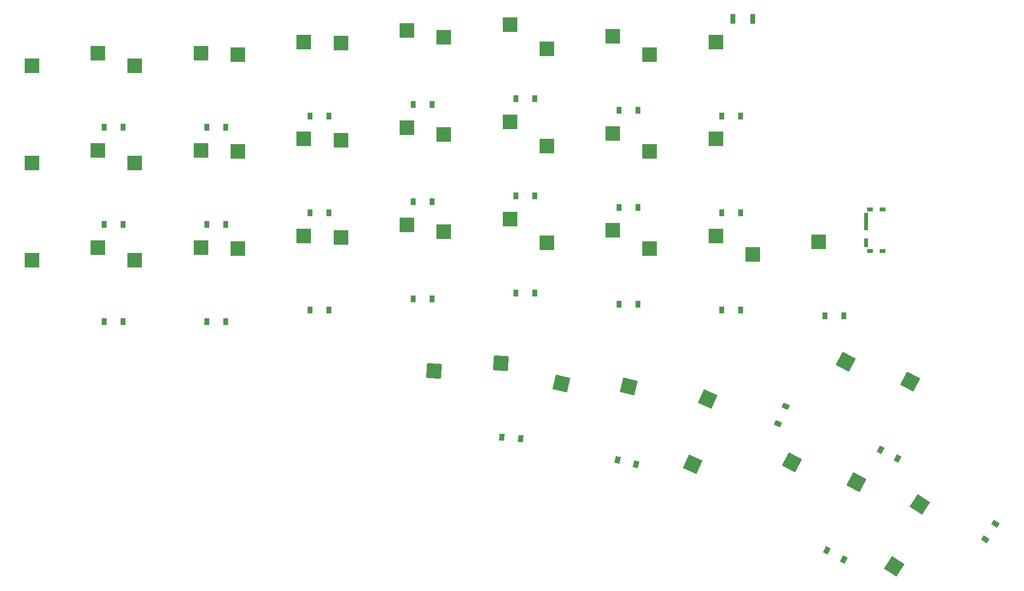
<source format=gbr>
%TF.GenerationSoftware,KiCad,Pcbnew,6.0.7*%
%TF.CreationDate,2022-09-27T18:21:24-04:00*%
%TF.ProjectId,flutter_v2_wren,666c7574-7465-4725-9f76-325f7772656e,v1.0.0*%
%TF.SameCoordinates,Original*%
%TF.FileFunction,Paste,Top*%
%TF.FilePolarity,Positive*%
%FSLAX46Y46*%
G04 Gerber Fmt 4.6, Leading zero omitted, Abs format (unit mm)*
G04 Created by KiCad (PCBNEW 6.0.7) date 2022-09-27 18:21:24*
%MOMM*%
%LPD*%
G01*
G04 APERTURE LIST*
G04 Aperture macros list*
%AMRotRect*
0 Rectangle, with rotation*
0 The origin of the aperture is its center*
0 $1 length*
0 $2 width*
0 $3 Rotation angle, in degrees counterclockwise*
0 Add horizontal line*
21,1,$1,$2,0,0,$3*%
G04 Aperture macros list end*
%ADD10R,0.900000X1.200000*%
%ADD11RotRect,0.900000X1.200000X152.000000*%
%ADD12R,2.600000X2.600000*%
%ADD13RotRect,2.600000X2.600000X57.000000*%
%ADD14RotRect,2.600000X2.600000X332.000000*%
%ADD15RotRect,2.600000X2.600000X356.000000*%
%ADD16R,0.700000X1.500000*%
%ADD17R,1.000000X0.800000*%
%ADD18RotRect,2.600000X2.600000X346.500000*%
%ADD19RotRect,0.900000X1.200000X246.000000*%
%ADD20RotRect,0.900000X1.200000X176.000000*%
%ADD21RotRect,2.600000X2.600000X66.000000*%
%ADD22RotRect,0.900000X1.200000X237.000000*%
%ADD23RotRect,0.900000X1.200000X166.500000*%
%ADD24R,0.900000X1.700000*%
G04 APERTURE END LIST*
D10*
%TO.C,D1*%
X4350000Y-7000000D03*
X7650000Y-7000000D03*
%TD*%
%TO.C,D2*%
X4350000Y10000000D03*
X7650000Y10000000D03*
%TD*%
%TO.C,D3*%
X4350000Y27000000D03*
X7650000Y27000000D03*
%TD*%
D11*
%TO.C,D24*%
X140099831Y-29449052D03*
X143013559Y-30998308D03*
%TD*%
D12*
%TO.C,S2*%
X-8275000Y20750000D03*
X3275000Y22950000D03*
%TD*%
D13*
%TO.C,S25*%
X142482288Y-49875149D03*
X146927794Y-38990298D03*
%TD*%
D11*
%TO.C,D23*%
X130710399Y-47108004D03*
X133624127Y-48657260D03*
%TD*%
D12*
%TO.C,S7*%
X27725000Y5750000D03*
X39275000Y7950000D03*
%TD*%
%TO.C,S17*%
X81725000Y23750000D03*
X93275000Y25950000D03*
%TD*%
%TO.C,S14*%
X63725000Y25750000D03*
X75275000Y27950000D03*
%TD*%
%TO.C,S11*%
X45725000Y24750000D03*
X57275000Y26950000D03*
%TD*%
D10*
%TO.C,D17*%
X94350000Y13000000D03*
X97650000Y13000000D03*
%TD*%
D12*
%TO.C,S8*%
X27725000Y22750000D03*
X39275000Y24950000D03*
%TD*%
%TO.C,S18*%
X81725000Y40750000D03*
X93275000Y42950000D03*
%TD*%
%TO.C,S6*%
X9725000Y37750000D03*
X21275000Y39950000D03*
%TD*%
D10*
%TO.C,D11*%
X58350000Y14000000D03*
X61650000Y14000000D03*
%TD*%
%TO.C,D19*%
X112350000Y-5000000D03*
X115650000Y-5000000D03*
%TD*%
D12*
%TO.C,S4*%
X9725000Y3750000D03*
X21275000Y5950000D03*
%TD*%
D14*
%TO.C,S24*%
X133999437Y-14030286D03*
X145230319Y-17510198D03*
%TD*%
D10*
%TO.C,D20*%
X112350000Y12000000D03*
X115650000Y12000000D03*
%TD*%
D12*
%TO.C,S10*%
X45725000Y7750000D03*
X57275000Y9950000D03*
%TD*%
%TO.C,S3*%
X-8275000Y37750000D03*
X3275000Y39950000D03*
%TD*%
D15*
%TO.C,S27*%
X62006744Y-15681900D03*
X73682073Y-14292946D03*
%TD*%
D12*
%TO.C,S13*%
X63725000Y8750000D03*
X75275000Y10950000D03*
%TD*%
D10*
%TO.C,D18*%
X94350000Y30000000D03*
X97650000Y30000000D03*
%TD*%
D12*
%TO.C,S21*%
X99725000Y39750000D03*
X111275000Y41950000D03*
%TD*%
%TO.C,S20*%
X99725000Y22750000D03*
X111275000Y24950000D03*
%TD*%
D10*
%TO.C,D10*%
X58350000Y-3000000D03*
X61650000Y-3000000D03*
%TD*%
%TO.C,D13*%
X76350000Y-2000000D03*
X79650000Y-2000000D03*
%TD*%
%TO.C,D15*%
X76350000Y32000000D03*
X79650000Y32000000D03*
%TD*%
D16*
%TO.C,*%
X137570000Y11250000D03*
X137570000Y9750000D03*
X137570000Y6750000D03*
D17*
X138220000Y5350000D03*
X140430000Y12650000D03*
X138220000Y12650000D03*
X140430000Y5350000D03*
%TD*%
D10*
%TO.C,D26*%
X130350000Y-6000000D03*
X133650000Y-6000000D03*
%TD*%
D12*
%TO.C,S15*%
X63725000Y42750000D03*
X75275000Y44950000D03*
%TD*%
D10*
%TO.C,D4*%
X22350000Y-7000000D03*
X25650000Y-7000000D03*
%TD*%
D12*
%TO.C,S5*%
X9725000Y20750000D03*
X21275000Y22950000D03*
%TD*%
%TO.C,S9*%
X27725000Y39750000D03*
X39275000Y41950000D03*
%TD*%
D10*
%TO.C,D7*%
X40350000Y-5000000D03*
X43650000Y-5000000D03*
%TD*%
D12*
%TO.C,S16*%
X81725000Y6750000D03*
X93275000Y8950000D03*
%TD*%
D18*
%TO.C,S28*%
X84329059Y-17821852D03*
X96073511Y-18378933D03*
%TD*%
D10*
%TO.C,D16*%
X94350000Y-4000000D03*
X97650000Y-4000000D03*
%TD*%
%TO.C,D8*%
X40350000Y12000000D03*
X43650000Y12000000D03*
%TD*%
D19*
%TO.C,D22*%
X122164123Y-24873234D03*
X123506353Y-21858534D03*
%TD*%
D20*
%TO.C,D27*%
X73851108Y-27286389D03*
X77143070Y-27516585D03*
%TD*%
D21*
%TO.C,S22*%
X107208459Y-32034326D03*
X109896467Y-20588056D03*
%TD*%
D22*
%TO.C,D25*%
X158374065Y-45141802D03*
X160171373Y-42374190D03*
%TD*%
D23*
%TO.C,D28*%
X94095692Y-31222077D03*
X97304512Y-31992447D03*
%TD*%
D10*
%TO.C,D21*%
X112350000Y29000000D03*
X115650000Y29000000D03*
%TD*%
%TO.C,D9*%
X40350000Y29000000D03*
X43650000Y29000000D03*
%TD*%
%TO.C,D12*%
X58350000Y31000000D03*
X61650000Y31000000D03*
%TD*%
D12*
%TO.C,S12*%
X45725000Y41750000D03*
X57275000Y43950000D03*
%TD*%
D10*
%TO.C,D5*%
X22350000Y10000000D03*
X25650000Y10000000D03*
%TD*%
D24*
%TO.C,*%
X114300000Y46000000D03*
X117700000Y46000000D03*
%TD*%
D12*
%TO.C,S19*%
X99725000Y5750000D03*
X111275000Y7950000D03*
%TD*%
D10*
%TO.C,D14*%
X76350000Y15000000D03*
X79650000Y15000000D03*
%TD*%
D12*
%TO.C,S26*%
X117725000Y4750000D03*
X129275000Y6950000D03*
%TD*%
D10*
%TO.C,D6*%
X22350000Y27000000D03*
X25650000Y27000000D03*
%TD*%
D12*
%TO.C,S1*%
X-8275000Y3750000D03*
X3275000Y5950000D03*
%TD*%
D14*
%TO.C,S23*%
X124610006Y-31689238D03*
X135840888Y-35169150D03*
%TD*%
M02*

</source>
